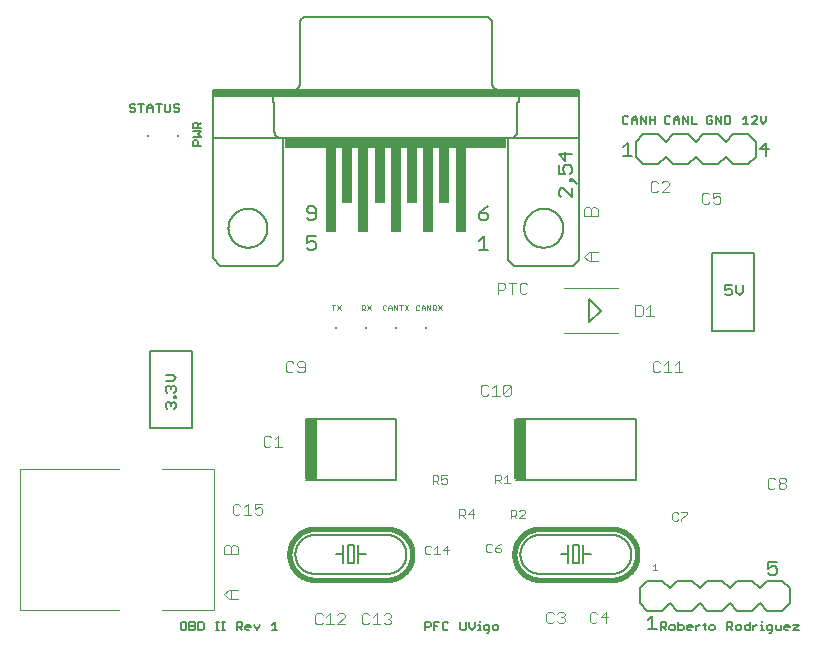
<source format=gto>
G75*
%MOIN*%
%OFA0B0*%
%FSLAX25Y25*%
%IPPOS*%
%LPD*%
%AMOC8*
5,1,8,0,0,1.08239X$1,22.5*
%
%ADD10C,0.00300*%
%ADD11C,0.00500*%
%ADD12C,0.00600*%
%ADD13C,0.00400*%
%ADD14C,0.00800*%
%ADD15R,0.03838X0.20472*%
%ADD16R,0.00984X0.00984*%
%ADD17C,0.01600*%
%ADD18R,0.73000X0.03000*%
%ADD19R,1.22000X0.02000*%
%ADD20R,0.03200X0.28500*%
%ADD21R,0.03200X0.18500*%
D10*
X0072106Y0050567D02*
X0072723Y0049950D01*
X0073957Y0049950D01*
X0074575Y0050567D01*
X0075789Y0049950D02*
X0078258Y0049950D01*
X0077023Y0049950D02*
X0077023Y0053653D01*
X0075789Y0052419D01*
X0074575Y0053036D02*
X0073957Y0053653D01*
X0072723Y0053653D01*
X0072106Y0053036D01*
X0072106Y0050567D01*
X0079472Y0050567D02*
X0080089Y0049950D01*
X0081324Y0049950D01*
X0081941Y0050567D01*
X0081941Y0051802D01*
X0081324Y0052419D01*
X0080707Y0052419D01*
X0079472Y0051802D01*
X0079472Y0053653D01*
X0081941Y0053653D01*
X0082973Y0072700D02*
X0084207Y0072700D01*
X0084825Y0073317D01*
X0086039Y0072700D02*
X0088508Y0072700D01*
X0087273Y0072700D02*
X0087273Y0076403D01*
X0086039Y0075169D01*
X0084825Y0075786D02*
X0084207Y0076403D01*
X0082973Y0076403D01*
X0082356Y0075786D01*
X0082356Y0073317D01*
X0082973Y0072700D01*
X0090473Y0097450D02*
X0091707Y0097450D01*
X0092325Y0098067D01*
X0093539Y0098067D02*
X0094156Y0097450D01*
X0095391Y0097450D01*
X0096008Y0098067D01*
X0096008Y0100536D01*
X0095391Y0101153D01*
X0094156Y0101153D01*
X0093539Y0100536D01*
X0093539Y0099919D01*
X0094156Y0099302D01*
X0096008Y0099302D01*
X0092325Y0100536D02*
X0091707Y0101153D01*
X0090473Y0101153D01*
X0089856Y0100536D01*
X0089856Y0098067D01*
X0090473Y0097450D01*
X0105664Y0118179D02*
X0105664Y0119881D01*
X0105097Y0119881D02*
X0106231Y0119881D01*
X0106938Y0119881D02*
X0108072Y0118179D01*
X0106938Y0118179D02*
X0108072Y0119881D01*
X0115097Y0119881D02*
X0115097Y0118179D01*
X0115097Y0118747D02*
X0115947Y0118747D01*
X0116231Y0119030D01*
X0116231Y0119597D01*
X0115947Y0119881D01*
X0115097Y0119881D01*
X0115664Y0118747D02*
X0116231Y0118179D01*
X0116938Y0118179D02*
X0118072Y0119881D01*
X0116938Y0119881D02*
X0118072Y0118179D01*
X0122097Y0118463D02*
X0122097Y0119597D01*
X0122380Y0119881D01*
X0122947Y0119881D01*
X0123231Y0119597D01*
X0123938Y0119314D02*
X0124505Y0119881D01*
X0125072Y0119314D01*
X0125072Y0118179D01*
X0125780Y0118179D02*
X0125780Y0119881D01*
X0126914Y0118179D01*
X0126914Y0119881D01*
X0127621Y0119881D02*
X0128756Y0119881D01*
X0128188Y0119881D02*
X0128188Y0118179D01*
X0129463Y0118179D02*
X0130597Y0119881D01*
X0129463Y0119881D02*
X0130597Y0118179D01*
X0133172Y0118381D02*
X0133455Y0118097D01*
X0134023Y0118097D01*
X0134306Y0118381D01*
X0135013Y0118097D02*
X0135013Y0119231D01*
X0135581Y0119799D01*
X0136148Y0119231D01*
X0136148Y0118097D01*
X0136855Y0118097D02*
X0136855Y0119799D01*
X0137989Y0118097D01*
X0137989Y0119799D01*
X0138697Y0119799D02*
X0139547Y0119799D01*
X0139831Y0119515D01*
X0139831Y0118948D01*
X0139547Y0118664D01*
X0138697Y0118664D01*
X0139264Y0118664D02*
X0139831Y0118097D01*
X0140538Y0118097D02*
X0141672Y0119799D01*
X0140538Y0119799D02*
X0141672Y0118097D01*
X0138697Y0118097D02*
X0138697Y0119799D01*
X0136148Y0118948D02*
X0135013Y0118948D01*
X0134306Y0119515D02*
X0134023Y0119799D01*
X0133455Y0119799D01*
X0133172Y0119515D01*
X0133172Y0118381D01*
X0125072Y0119030D02*
X0123938Y0119030D01*
X0123938Y0119314D02*
X0123938Y0118179D01*
X0123231Y0118463D02*
X0122947Y0118179D01*
X0122380Y0118179D01*
X0122097Y0118463D01*
X0154856Y0092786D02*
X0154856Y0090317D01*
X0155473Y0089700D01*
X0156707Y0089700D01*
X0157325Y0090317D01*
X0158539Y0089700D02*
X0161008Y0089700D01*
X0159773Y0089700D02*
X0159773Y0093403D01*
X0158539Y0092169D01*
X0157325Y0092786D02*
X0156707Y0093403D01*
X0155473Y0093403D01*
X0154856Y0092786D01*
X0162222Y0092786D02*
X0162222Y0090317D01*
X0164691Y0092786D01*
X0164691Y0090317D01*
X0164074Y0089700D01*
X0162839Y0089700D01*
X0162222Y0090317D01*
X0162222Y0092786D02*
X0162839Y0093403D01*
X0164074Y0093403D01*
X0164691Y0092786D01*
X0163520Y0063352D02*
X0163520Y0060450D01*
X0164487Y0060450D02*
X0162552Y0060450D01*
X0161541Y0060450D02*
X0160573Y0061417D01*
X0161057Y0061417D02*
X0159606Y0061417D01*
X0159606Y0060450D02*
X0159606Y0063352D01*
X0161057Y0063352D01*
X0161541Y0062869D01*
X0161541Y0061901D01*
X0161057Y0061417D01*
X0162552Y0062385D02*
X0163520Y0063352D01*
X0164713Y0051652D02*
X0166164Y0051652D01*
X0166648Y0051169D01*
X0166648Y0050201D01*
X0166164Y0049717D01*
X0164713Y0049717D01*
X0164713Y0048750D02*
X0164713Y0051652D01*
X0165680Y0049717D02*
X0166648Y0048750D01*
X0167659Y0048750D02*
X0169594Y0050685D01*
X0169594Y0051169D01*
X0169111Y0051652D01*
X0168143Y0051652D01*
X0167659Y0051169D01*
X0167659Y0048750D02*
X0169594Y0048750D01*
X0161487Y0040352D02*
X0160520Y0039869D01*
X0159552Y0038901D01*
X0161004Y0038901D01*
X0161487Y0038417D01*
X0161487Y0037934D01*
X0161004Y0037450D01*
X0160036Y0037450D01*
X0159552Y0037934D01*
X0159552Y0038901D01*
X0158541Y0037934D02*
X0158057Y0037450D01*
X0157090Y0037450D01*
X0156606Y0037934D01*
X0156606Y0039869D01*
X0157090Y0040352D01*
X0158057Y0040352D01*
X0158541Y0039869D01*
X0152004Y0048950D02*
X0152004Y0051852D01*
X0150552Y0050401D01*
X0152487Y0050401D01*
X0149541Y0050401D02*
X0149057Y0049917D01*
X0147606Y0049917D01*
X0147606Y0048950D02*
X0147606Y0051852D01*
X0149057Y0051852D01*
X0149541Y0051369D01*
X0149541Y0050401D01*
X0148573Y0049917D02*
X0149541Y0048950D01*
X0143611Y0039652D02*
X0142159Y0038201D01*
X0144094Y0038201D01*
X0143611Y0036750D02*
X0143611Y0039652D01*
X0140180Y0039652D02*
X0140180Y0036750D01*
X0139213Y0036750D02*
X0141148Y0036750D01*
X0139213Y0038685D02*
X0140180Y0039652D01*
X0138201Y0039169D02*
X0137718Y0039652D01*
X0136750Y0039652D01*
X0136266Y0039169D01*
X0136266Y0037234D01*
X0136750Y0036750D01*
X0137718Y0036750D01*
X0138201Y0037234D01*
X0138713Y0060250D02*
X0138713Y0063152D01*
X0140164Y0063152D01*
X0140648Y0062669D01*
X0140648Y0061701D01*
X0140164Y0061217D01*
X0138713Y0061217D01*
X0139680Y0061217D02*
X0140648Y0060250D01*
X0141659Y0060734D02*
X0142143Y0060250D01*
X0143111Y0060250D01*
X0143594Y0060734D01*
X0143594Y0061701D01*
X0143111Y0062185D01*
X0142627Y0062185D01*
X0141659Y0061701D01*
X0141659Y0063152D01*
X0143594Y0063152D01*
X0177223Y0017653D02*
X0176606Y0017036D01*
X0176606Y0014567D01*
X0177223Y0013950D01*
X0178457Y0013950D01*
X0179075Y0014567D01*
X0180289Y0014567D02*
X0180906Y0013950D01*
X0182141Y0013950D01*
X0182758Y0014567D01*
X0182758Y0015184D01*
X0182141Y0015802D01*
X0181523Y0015802D01*
X0182141Y0015802D02*
X0182758Y0016419D01*
X0182758Y0017036D01*
X0182141Y0017653D01*
X0180906Y0017653D01*
X0180289Y0017036D01*
X0179075Y0017036D02*
X0178457Y0017653D01*
X0177223Y0017653D01*
X0191106Y0017036D02*
X0191106Y0014567D01*
X0191723Y0013950D01*
X0192957Y0013950D01*
X0193575Y0014567D01*
X0194789Y0015802D02*
X0197258Y0015802D01*
X0196641Y0017653D02*
X0196641Y0013950D01*
X0194789Y0015802D02*
X0196641Y0017653D01*
X0193575Y0017036D02*
X0192957Y0017653D01*
X0191723Y0017653D01*
X0191106Y0017036D01*
X0219090Y0047950D02*
X0220057Y0047950D01*
X0220541Y0048434D01*
X0221552Y0048434D02*
X0223487Y0050369D01*
X0223487Y0050852D01*
X0221552Y0050852D01*
X0220541Y0050369D02*
X0220057Y0050852D01*
X0219090Y0050852D01*
X0218606Y0050369D01*
X0218606Y0048434D01*
X0219090Y0047950D01*
X0221552Y0047950D02*
X0221552Y0048434D01*
X0250356Y0059317D02*
X0250973Y0058700D01*
X0252207Y0058700D01*
X0252825Y0059317D01*
X0254039Y0059317D02*
X0254039Y0059934D01*
X0254656Y0060552D01*
X0255891Y0060552D01*
X0256508Y0059934D01*
X0256508Y0059317D01*
X0255891Y0058700D01*
X0254656Y0058700D01*
X0254039Y0059317D01*
X0254656Y0060552D02*
X0254039Y0061169D01*
X0254039Y0061786D01*
X0254656Y0062403D01*
X0255891Y0062403D01*
X0256508Y0061786D01*
X0256508Y0061169D01*
X0255891Y0060552D01*
X0252825Y0061786D02*
X0252207Y0062403D01*
X0250973Y0062403D01*
X0250356Y0061786D01*
X0250356Y0059317D01*
X0221941Y0097450D02*
X0219472Y0097450D01*
X0218258Y0097450D02*
X0215789Y0097450D01*
X0217023Y0097450D02*
X0217023Y0101153D01*
X0215789Y0099919D01*
X0214575Y0100536D02*
X0213957Y0101153D01*
X0212723Y0101153D01*
X0212106Y0100536D01*
X0212106Y0098067D01*
X0212723Y0097450D01*
X0213957Y0097450D01*
X0214575Y0098067D01*
X0219472Y0099919D02*
X0220707Y0101153D01*
X0220707Y0097450D01*
X0212392Y0116200D02*
X0209923Y0116200D01*
X0211157Y0116200D02*
X0211157Y0119903D01*
X0209923Y0118669D01*
X0208708Y0119286D02*
X0208091Y0119903D01*
X0206240Y0119903D01*
X0206240Y0116200D01*
X0208091Y0116200D01*
X0208708Y0116817D01*
X0208708Y0119286D01*
X0170191Y0124317D02*
X0169574Y0123700D01*
X0168339Y0123700D01*
X0167722Y0124317D01*
X0167722Y0126786D01*
X0168339Y0127403D01*
X0169574Y0127403D01*
X0170191Y0126786D01*
X0166508Y0127403D02*
X0164039Y0127403D01*
X0165273Y0127403D02*
X0165273Y0123700D01*
X0162825Y0125552D02*
X0162207Y0124934D01*
X0160356Y0124934D01*
X0160356Y0123700D02*
X0160356Y0127403D01*
X0162207Y0127403D01*
X0162825Y0126786D01*
X0162825Y0125552D01*
X0211356Y0158067D02*
X0211973Y0157450D01*
X0213207Y0157450D01*
X0213825Y0158067D01*
X0215039Y0157450D02*
X0217508Y0159919D01*
X0217508Y0160536D01*
X0216891Y0161153D01*
X0215656Y0161153D01*
X0215039Y0160536D01*
X0213825Y0160536D02*
X0213207Y0161153D01*
X0211973Y0161153D01*
X0211356Y0160536D01*
X0211356Y0158067D01*
X0215039Y0157450D02*
X0217508Y0157450D01*
X0228490Y0156786D02*
X0228490Y0154317D01*
X0229107Y0153700D01*
X0230341Y0153700D01*
X0230958Y0154317D01*
X0232173Y0154317D02*
X0232790Y0153700D01*
X0234024Y0153700D01*
X0234642Y0154317D01*
X0234642Y0155552D01*
X0234024Y0156169D01*
X0233407Y0156169D01*
X0232173Y0155552D01*
X0232173Y0157403D01*
X0234642Y0157403D01*
X0230958Y0156786D02*
X0230341Y0157403D01*
X0229107Y0157403D01*
X0228490Y0156786D01*
X0124324Y0017153D02*
X0124941Y0016536D01*
X0124941Y0015919D01*
X0124324Y0015302D01*
X0124941Y0014684D01*
X0124941Y0014067D01*
X0124324Y0013450D01*
X0123089Y0013450D01*
X0122472Y0014067D01*
X0121258Y0013450D02*
X0118789Y0013450D01*
X0120023Y0013450D02*
X0120023Y0017153D01*
X0118789Y0015919D01*
X0117575Y0016536D02*
X0116957Y0017153D01*
X0115723Y0017153D01*
X0115106Y0016536D01*
X0115106Y0014067D01*
X0115723Y0013450D01*
X0116957Y0013450D01*
X0117575Y0014067D01*
X0122472Y0016536D02*
X0123089Y0017153D01*
X0124324Y0017153D01*
X0124324Y0015302D02*
X0123707Y0015302D01*
X0109441Y0015919D02*
X0109441Y0016536D01*
X0108824Y0017153D01*
X0107589Y0017153D01*
X0106972Y0016536D01*
X0104523Y0017153D02*
X0104523Y0013450D01*
X0103289Y0013450D02*
X0105758Y0013450D01*
X0106972Y0013450D02*
X0109441Y0015919D01*
X0109441Y0013450D02*
X0106972Y0013450D01*
X0103289Y0015919D02*
X0104523Y0017153D01*
X0102075Y0016536D02*
X0101457Y0017153D01*
X0100223Y0017153D01*
X0099606Y0016536D01*
X0099606Y0014067D01*
X0100223Y0013450D01*
X0101457Y0013450D01*
X0102075Y0014067D01*
D11*
X0086955Y0011550D02*
X0085153Y0011550D01*
X0086054Y0011550D02*
X0086054Y0014252D01*
X0085153Y0013352D01*
X0081062Y0013352D02*
X0080161Y0011550D01*
X0079260Y0013352D01*
X0078115Y0012901D02*
X0078115Y0012451D01*
X0076314Y0012451D01*
X0076314Y0012901D02*
X0076764Y0013352D01*
X0077665Y0013352D01*
X0078115Y0012901D01*
X0077665Y0011550D02*
X0076764Y0011550D01*
X0076314Y0012000D01*
X0076314Y0012901D01*
X0075169Y0012901D02*
X0074718Y0012451D01*
X0073367Y0012451D01*
X0074268Y0012451D02*
X0075169Y0011550D01*
X0075169Y0012901D02*
X0075169Y0013802D01*
X0074718Y0014252D01*
X0073367Y0014252D01*
X0073367Y0011550D01*
X0069357Y0011550D02*
X0068456Y0011550D01*
X0068907Y0011550D02*
X0068907Y0014252D01*
X0069357Y0014252D02*
X0068456Y0014252D01*
X0067393Y0014252D02*
X0066492Y0014252D01*
X0066942Y0014252D02*
X0066942Y0011550D01*
X0066492Y0011550D02*
X0067393Y0011550D01*
X0062400Y0012000D02*
X0062400Y0013802D01*
X0061950Y0014252D01*
X0060599Y0014252D01*
X0060599Y0011550D01*
X0061950Y0011550D01*
X0062400Y0012000D01*
X0059454Y0012000D02*
X0059004Y0011550D01*
X0057652Y0011550D01*
X0057652Y0014252D01*
X0059004Y0014252D01*
X0059454Y0013802D01*
X0059454Y0013352D01*
X0059004Y0012901D01*
X0057652Y0012901D01*
X0059004Y0012901D02*
X0059454Y0012451D01*
X0059454Y0012000D01*
X0056507Y0012000D02*
X0056507Y0013802D01*
X0056057Y0014252D01*
X0055156Y0014252D01*
X0054706Y0013802D01*
X0054706Y0012000D01*
X0055156Y0011550D01*
X0056057Y0011550D01*
X0056507Y0012000D01*
X0136206Y0012451D02*
X0137557Y0012451D01*
X0138007Y0012901D01*
X0138007Y0013802D01*
X0137557Y0014252D01*
X0136206Y0014252D01*
X0136206Y0011550D01*
X0139152Y0011550D02*
X0139152Y0014252D01*
X0140954Y0014252D01*
X0142099Y0013802D02*
X0142099Y0012000D01*
X0142549Y0011550D01*
X0143450Y0011550D01*
X0143900Y0012000D01*
X0143900Y0013802D02*
X0143450Y0014252D01*
X0142549Y0014252D01*
X0142099Y0013802D01*
X0140053Y0012901D02*
X0139152Y0012901D01*
X0147992Y0012000D02*
X0148442Y0011550D01*
X0149343Y0011550D01*
X0149794Y0012000D01*
X0149794Y0014252D01*
X0150938Y0014252D02*
X0150938Y0012451D01*
X0151839Y0011550D01*
X0152740Y0012451D01*
X0152740Y0014252D01*
X0153885Y0013352D02*
X0154335Y0013352D01*
X0154335Y0011550D01*
X0153885Y0011550D02*
X0154786Y0011550D01*
X0155849Y0012000D02*
X0156300Y0011550D01*
X0157651Y0011550D01*
X0157651Y0011100D02*
X0157651Y0013352D01*
X0156300Y0013352D01*
X0155849Y0012901D01*
X0155849Y0012000D01*
X0156750Y0010649D02*
X0157201Y0010649D01*
X0157651Y0011100D01*
X0158796Y0012000D02*
X0159246Y0011550D01*
X0160147Y0011550D01*
X0160597Y0012000D01*
X0160597Y0012901D01*
X0160147Y0013352D01*
X0159246Y0013352D01*
X0158796Y0012901D01*
X0158796Y0012000D01*
X0154335Y0014252D02*
X0154335Y0014703D01*
X0147992Y0014252D02*
X0147992Y0012000D01*
X0210456Y0011800D02*
X0213458Y0011800D01*
X0214706Y0011550D02*
X0214706Y0014252D01*
X0216057Y0014252D01*
X0216507Y0013802D01*
X0216507Y0012901D01*
X0216057Y0012451D01*
X0214706Y0012451D01*
X0215607Y0012451D02*
X0216507Y0011550D01*
X0217652Y0012000D02*
X0218103Y0011550D01*
X0219004Y0011550D01*
X0219454Y0012000D01*
X0219454Y0012901D01*
X0219004Y0013352D01*
X0218103Y0013352D01*
X0217652Y0012901D01*
X0217652Y0012000D01*
X0220599Y0011550D02*
X0220599Y0014252D01*
X0220599Y0013352D02*
X0221950Y0013352D01*
X0222400Y0012901D01*
X0222400Y0012000D01*
X0221950Y0011550D01*
X0220599Y0011550D01*
X0223545Y0012000D02*
X0223545Y0012901D01*
X0223996Y0013352D01*
X0224897Y0013352D01*
X0225347Y0012901D01*
X0225347Y0012451D01*
X0223545Y0012451D01*
X0223545Y0012000D02*
X0223996Y0011550D01*
X0224897Y0011550D01*
X0226492Y0011550D02*
X0226492Y0013352D01*
X0226492Y0012451D02*
X0227393Y0013352D01*
X0227843Y0013352D01*
X0228947Y0013352D02*
X0229848Y0013352D01*
X0229398Y0013802D02*
X0229398Y0012000D01*
X0229848Y0011550D01*
X0230912Y0012000D02*
X0231362Y0011550D01*
X0232263Y0011550D01*
X0232713Y0012000D01*
X0232713Y0012901D01*
X0232263Y0013352D01*
X0231362Y0013352D01*
X0230912Y0012901D01*
X0230912Y0012000D01*
X0236805Y0011550D02*
X0236805Y0014252D01*
X0238156Y0014252D01*
X0238606Y0013802D01*
X0238606Y0012901D01*
X0238156Y0012451D01*
X0236805Y0012451D01*
X0237706Y0012451D02*
X0238606Y0011550D01*
X0239751Y0012000D02*
X0240202Y0011550D01*
X0241102Y0011550D01*
X0241553Y0012000D01*
X0241553Y0012901D01*
X0241102Y0013352D01*
X0240202Y0013352D01*
X0239751Y0012901D01*
X0239751Y0012000D01*
X0242698Y0012000D02*
X0242698Y0012901D01*
X0243148Y0013352D01*
X0244499Y0013352D01*
X0244499Y0014252D02*
X0244499Y0011550D01*
X0243148Y0011550D01*
X0242698Y0012000D01*
X0245644Y0011550D02*
X0245644Y0013352D01*
X0245644Y0012451D02*
X0246545Y0013352D01*
X0246995Y0013352D01*
X0248100Y0013352D02*
X0248550Y0013352D01*
X0248550Y0011550D01*
X0248100Y0011550D02*
X0249001Y0011550D01*
X0250064Y0012000D02*
X0250514Y0011550D01*
X0251866Y0011550D01*
X0251866Y0011100D02*
X0251866Y0013352D01*
X0250514Y0013352D01*
X0250064Y0012901D01*
X0250064Y0012000D01*
X0250965Y0010649D02*
X0251415Y0010649D01*
X0251866Y0011100D01*
X0253011Y0012000D02*
X0253461Y0011550D01*
X0254812Y0011550D01*
X0254812Y0013352D01*
X0255957Y0012901D02*
X0256408Y0013352D01*
X0257308Y0013352D01*
X0257759Y0012901D01*
X0257759Y0012451D01*
X0255957Y0012451D01*
X0255957Y0012901D02*
X0255957Y0012000D01*
X0256408Y0011550D01*
X0257308Y0011550D01*
X0258904Y0011550D02*
X0260705Y0011550D01*
X0258904Y0011550D02*
X0260705Y0013352D01*
X0258904Y0013352D01*
X0253011Y0013352D02*
X0253011Y0012000D01*
X0248550Y0014252D02*
X0248550Y0014703D01*
X0251207Y0029800D02*
X0250456Y0030551D01*
X0251207Y0029800D02*
X0252708Y0029800D01*
X0253458Y0030551D01*
X0253458Y0032052D01*
X0252708Y0032803D01*
X0251957Y0032803D01*
X0250456Y0032052D01*
X0250456Y0034304D01*
X0253458Y0034304D01*
X0211957Y0016304D02*
X0211957Y0011800D01*
X0210456Y0014803D02*
X0211957Y0016304D01*
X0157208Y0138300D02*
X0154206Y0138300D01*
X0155707Y0138300D02*
X0155707Y0142804D01*
X0154206Y0141303D01*
X0154957Y0148300D02*
X0156458Y0148300D01*
X0157208Y0149051D01*
X0157208Y0149801D01*
X0156458Y0150552D01*
X0154206Y0150552D01*
X0154206Y0149051D01*
X0154957Y0148300D01*
X0154206Y0150552D02*
X0155707Y0152053D01*
X0157208Y0152804D01*
X0180702Y0156551D02*
X0181453Y0155800D01*
X0180702Y0156551D02*
X0180702Y0158052D01*
X0181453Y0158803D01*
X0182203Y0158803D01*
X0185206Y0155800D01*
X0185206Y0158803D01*
X0186707Y0160404D02*
X0185206Y0161905D01*
X0185206Y0161155D01*
X0184455Y0161155D01*
X0184455Y0161905D01*
X0185206Y0161905D01*
X0184455Y0163473D02*
X0185206Y0164224D01*
X0185206Y0165725D01*
X0184455Y0166476D01*
X0182954Y0166476D01*
X0182203Y0165725D01*
X0182203Y0164974D01*
X0182954Y0163473D01*
X0180702Y0163473D01*
X0180702Y0166476D01*
X0182954Y0168077D02*
X0182954Y0171080D01*
X0185206Y0170329D02*
X0180702Y0170329D01*
X0182954Y0168077D01*
X0202206Y0169550D02*
X0205208Y0169550D01*
X0203707Y0169550D02*
X0203707Y0174054D01*
X0202206Y0172553D01*
X0202647Y0180279D02*
X0203548Y0180279D01*
X0203998Y0180730D01*
X0205143Y0180279D02*
X0205143Y0182081D01*
X0206044Y0182982D01*
X0206945Y0182081D01*
X0206945Y0180279D01*
X0208090Y0180279D02*
X0208090Y0182982D01*
X0209891Y0180279D01*
X0209891Y0182982D01*
X0211036Y0182982D02*
X0211036Y0180279D01*
X0211036Y0181631D02*
X0212838Y0181631D01*
X0212838Y0182982D02*
X0212838Y0180279D01*
X0216197Y0180730D02*
X0216647Y0180279D01*
X0217548Y0180279D01*
X0217998Y0180730D01*
X0219143Y0180279D02*
X0219143Y0182081D01*
X0220044Y0182982D01*
X0220945Y0182081D01*
X0220945Y0180279D01*
X0222090Y0180279D02*
X0222090Y0182982D01*
X0223891Y0180279D01*
X0223891Y0182982D01*
X0225036Y0182982D02*
X0225036Y0180279D01*
X0226838Y0180279D01*
X0230197Y0180730D02*
X0230647Y0180279D01*
X0231548Y0180279D01*
X0231998Y0180730D01*
X0231998Y0181631D01*
X0231097Y0181631D01*
X0230197Y0182531D02*
X0230197Y0180730D01*
X0230197Y0182531D02*
X0230647Y0182982D01*
X0231548Y0182982D01*
X0231998Y0182531D01*
X0233143Y0182982D02*
X0234945Y0180279D01*
X0234945Y0182982D01*
X0236090Y0182982D02*
X0237441Y0182982D01*
X0237891Y0182531D01*
X0237891Y0180730D01*
X0237441Y0180279D01*
X0236090Y0180279D01*
X0236090Y0182982D01*
X0233143Y0182982D02*
X0233143Y0180279D01*
X0242197Y0180279D02*
X0243998Y0180279D01*
X0243097Y0180279D02*
X0243097Y0182982D01*
X0242197Y0182081D01*
X0245143Y0182531D02*
X0245593Y0182982D01*
X0246494Y0182982D01*
X0246945Y0182531D01*
X0246945Y0182081D01*
X0245143Y0180279D01*
X0246945Y0180279D01*
X0248090Y0181180D02*
X0248990Y0180279D01*
X0249891Y0181180D01*
X0249891Y0182982D01*
X0248090Y0182982D02*
X0248090Y0181180D01*
X0249958Y0174054D02*
X0247706Y0171802D01*
X0250708Y0171802D01*
X0249958Y0169550D02*
X0249958Y0174054D01*
X0220945Y0181631D02*
X0219143Y0181631D01*
X0217998Y0182531D02*
X0217548Y0182982D01*
X0216647Y0182982D01*
X0216197Y0182531D01*
X0216197Y0180730D01*
X0206945Y0181631D02*
X0205143Y0181631D01*
X0203998Y0182531D02*
X0203548Y0182982D01*
X0202647Y0182982D01*
X0202197Y0182531D01*
X0202197Y0180730D01*
X0202647Y0180279D01*
X0099708Y0152053D02*
X0099708Y0149051D01*
X0098958Y0148300D01*
X0097457Y0148300D01*
X0096706Y0149051D01*
X0097457Y0150552D02*
X0099708Y0150552D01*
X0099708Y0152053D02*
X0098958Y0152804D01*
X0097457Y0152804D01*
X0096706Y0152053D01*
X0096706Y0151303D01*
X0097457Y0150552D01*
X0096706Y0142804D02*
X0096706Y0140552D01*
X0098207Y0141303D01*
X0098958Y0141303D01*
X0099708Y0140552D01*
X0099708Y0139051D01*
X0098958Y0138300D01*
X0097457Y0138300D01*
X0096706Y0139051D01*
X0096706Y0142804D02*
X0099708Y0142804D01*
X0061477Y0173041D02*
X0058774Y0173041D01*
X0058774Y0174392D01*
X0059225Y0174842D01*
X0060125Y0174842D01*
X0060576Y0174392D01*
X0060576Y0173041D01*
X0061477Y0175987D02*
X0058774Y0175987D01*
X0058774Y0177789D02*
X0061477Y0177789D01*
X0060576Y0176888D01*
X0061477Y0175987D01*
X0061477Y0178934D02*
X0058774Y0178934D01*
X0058774Y0180285D01*
X0059225Y0180735D01*
X0060125Y0180735D01*
X0060576Y0180285D01*
X0060576Y0178934D01*
X0060576Y0179834D02*
X0061477Y0180735D01*
X0054231Y0184730D02*
X0053780Y0184279D01*
X0052880Y0184279D01*
X0052429Y0184730D01*
X0052880Y0185631D02*
X0053780Y0185631D01*
X0054231Y0185180D01*
X0054231Y0184730D01*
X0052880Y0185631D02*
X0052429Y0186081D01*
X0052429Y0186531D01*
X0052880Y0186982D01*
X0053780Y0186982D01*
X0054231Y0186531D01*
X0051284Y0186982D02*
X0051284Y0184730D01*
X0050834Y0184279D01*
X0049933Y0184279D01*
X0049483Y0184730D01*
X0049483Y0186982D01*
X0048338Y0186982D02*
X0046536Y0186982D01*
X0047437Y0186982D02*
X0047437Y0184279D01*
X0045391Y0184279D02*
X0045391Y0186081D01*
X0044490Y0186982D01*
X0043590Y0186081D01*
X0043590Y0184279D01*
X0043590Y0185631D02*
X0045391Y0185631D01*
X0042445Y0186982D02*
X0040643Y0186982D01*
X0041544Y0186982D02*
X0041544Y0184279D01*
X0039498Y0184730D02*
X0039498Y0185180D01*
X0039048Y0185631D01*
X0038147Y0185631D01*
X0037697Y0186081D01*
X0037697Y0186531D01*
X0038147Y0186982D01*
X0039048Y0186982D01*
X0039498Y0186531D01*
X0039498Y0184730D02*
X0039048Y0184279D01*
X0038147Y0184279D01*
X0037697Y0184730D01*
D12*
X0065456Y0189550D02*
X0065456Y0175550D01*
X0065456Y0135550D01*
X0067956Y0133050D01*
X0086956Y0133050D01*
X0088956Y0135050D01*
X0088956Y0175550D01*
X0089956Y0175550D01*
X0162956Y0175550D01*
X0163956Y0175550D01*
X0187456Y0175550D01*
X0187456Y0135050D01*
X0185456Y0133050D01*
X0165956Y0133050D01*
X0163956Y0135050D01*
X0163956Y0175550D01*
X0162956Y0175550D02*
X0162956Y0172550D01*
X0089956Y0172550D01*
X0089956Y0175550D01*
X0088956Y0175550D02*
X0065456Y0175550D01*
X0065456Y0189550D02*
X0085456Y0189550D01*
X0167456Y0189550D01*
X0167456Y0187550D01*
X0166956Y0187550D01*
X0166956Y0178050D01*
X0166954Y0177952D01*
X0166948Y0177854D01*
X0166939Y0177756D01*
X0166925Y0177659D01*
X0166908Y0177562D01*
X0166887Y0177466D01*
X0166862Y0177371D01*
X0166834Y0177277D01*
X0166801Y0177185D01*
X0166766Y0177093D01*
X0166726Y0177003D01*
X0166684Y0176915D01*
X0166637Y0176828D01*
X0166588Y0176744D01*
X0166535Y0176661D01*
X0166479Y0176581D01*
X0166419Y0176502D01*
X0166357Y0176426D01*
X0166292Y0176353D01*
X0166224Y0176282D01*
X0166153Y0176214D01*
X0166080Y0176149D01*
X0166004Y0176087D01*
X0165925Y0176027D01*
X0165845Y0175971D01*
X0165762Y0175918D01*
X0165678Y0175869D01*
X0165591Y0175822D01*
X0165503Y0175780D01*
X0165413Y0175740D01*
X0165321Y0175705D01*
X0165229Y0175672D01*
X0165135Y0175644D01*
X0165040Y0175619D01*
X0164944Y0175598D01*
X0164847Y0175581D01*
X0164750Y0175567D01*
X0164652Y0175558D01*
X0164554Y0175552D01*
X0164456Y0175550D01*
X0167456Y0189550D02*
X0187456Y0189550D01*
X0187456Y0175550D01*
X0187456Y0189550D02*
X0187456Y0191550D01*
X0065456Y0191550D01*
X0065456Y0189550D01*
X0085456Y0189550D02*
X0085456Y0187550D01*
X0085956Y0187550D01*
X0085956Y0178050D01*
X0085958Y0177952D01*
X0085964Y0177854D01*
X0085973Y0177756D01*
X0085987Y0177659D01*
X0086004Y0177562D01*
X0086025Y0177466D01*
X0086050Y0177371D01*
X0086078Y0177277D01*
X0086111Y0177185D01*
X0086146Y0177093D01*
X0086186Y0177003D01*
X0086228Y0176915D01*
X0086275Y0176828D01*
X0086324Y0176744D01*
X0086377Y0176661D01*
X0086433Y0176581D01*
X0086493Y0176502D01*
X0086555Y0176426D01*
X0086620Y0176353D01*
X0086688Y0176282D01*
X0086759Y0176214D01*
X0086832Y0176149D01*
X0086908Y0176087D01*
X0086987Y0176027D01*
X0087067Y0175971D01*
X0087150Y0175918D01*
X0087234Y0175869D01*
X0087321Y0175822D01*
X0087409Y0175780D01*
X0087499Y0175740D01*
X0087591Y0175705D01*
X0087683Y0175672D01*
X0087777Y0175644D01*
X0087872Y0175619D01*
X0087968Y0175598D01*
X0088065Y0175581D01*
X0088162Y0175567D01*
X0088260Y0175558D01*
X0088358Y0175552D01*
X0088456Y0175550D01*
X0091956Y0191550D02*
X0092054Y0191552D01*
X0092152Y0191558D01*
X0092250Y0191567D01*
X0092347Y0191581D01*
X0092444Y0191598D01*
X0092540Y0191619D01*
X0092635Y0191644D01*
X0092729Y0191672D01*
X0092821Y0191705D01*
X0092913Y0191740D01*
X0093003Y0191780D01*
X0093091Y0191822D01*
X0093178Y0191869D01*
X0093262Y0191918D01*
X0093345Y0191971D01*
X0093425Y0192027D01*
X0093504Y0192087D01*
X0093580Y0192149D01*
X0093653Y0192214D01*
X0093724Y0192282D01*
X0093792Y0192353D01*
X0093857Y0192426D01*
X0093919Y0192502D01*
X0093979Y0192581D01*
X0094035Y0192661D01*
X0094088Y0192744D01*
X0094137Y0192828D01*
X0094184Y0192915D01*
X0094226Y0193003D01*
X0094266Y0193093D01*
X0094301Y0193185D01*
X0094334Y0193277D01*
X0094362Y0193371D01*
X0094387Y0193466D01*
X0094408Y0193562D01*
X0094425Y0193659D01*
X0094439Y0193756D01*
X0094448Y0193854D01*
X0094454Y0193952D01*
X0094456Y0194050D01*
X0094456Y0214050D01*
X0094458Y0214137D01*
X0094464Y0214224D01*
X0094473Y0214311D01*
X0094486Y0214397D01*
X0094503Y0214483D01*
X0094524Y0214568D01*
X0094549Y0214651D01*
X0094577Y0214734D01*
X0094608Y0214815D01*
X0094643Y0214895D01*
X0094682Y0214973D01*
X0094724Y0215050D01*
X0094769Y0215125D01*
X0094818Y0215197D01*
X0094869Y0215268D01*
X0094924Y0215336D01*
X0094981Y0215401D01*
X0095042Y0215464D01*
X0095105Y0215525D01*
X0095170Y0215582D01*
X0095238Y0215637D01*
X0095309Y0215688D01*
X0095381Y0215737D01*
X0095456Y0215782D01*
X0095533Y0215824D01*
X0095611Y0215863D01*
X0095691Y0215898D01*
X0095772Y0215929D01*
X0095855Y0215957D01*
X0095938Y0215982D01*
X0096023Y0216003D01*
X0096109Y0216020D01*
X0096195Y0216033D01*
X0096282Y0216042D01*
X0096369Y0216048D01*
X0096456Y0216050D01*
X0156456Y0216050D01*
X0156543Y0216048D01*
X0156630Y0216042D01*
X0156717Y0216033D01*
X0156803Y0216020D01*
X0156889Y0216003D01*
X0156974Y0215982D01*
X0157057Y0215957D01*
X0157140Y0215929D01*
X0157221Y0215898D01*
X0157301Y0215863D01*
X0157379Y0215824D01*
X0157456Y0215782D01*
X0157531Y0215737D01*
X0157603Y0215688D01*
X0157674Y0215637D01*
X0157742Y0215582D01*
X0157807Y0215525D01*
X0157870Y0215464D01*
X0157931Y0215401D01*
X0157988Y0215336D01*
X0158043Y0215268D01*
X0158094Y0215197D01*
X0158143Y0215125D01*
X0158188Y0215050D01*
X0158230Y0214973D01*
X0158269Y0214895D01*
X0158304Y0214815D01*
X0158335Y0214734D01*
X0158363Y0214651D01*
X0158388Y0214568D01*
X0158409Y0214483D01*
X0158426Y0214397D01*
X0158439Y0214311D01*
X0158448Y0214224D01*
X0158454Y0214137D01*
X0158456Y0214050D01*
X0158456Y0194050D01*
X0158458Y0193952D01*
X0158464Y0193854D01*
X0158473Y0193756D01*
X0158487Y0193659D01*
X0158504Y0193562D01*
X0158525Y0193466D01*
X0158550Y0193371D01*
X0158578Y0193277D01*
X0158611Y0193185D01*
X0158646Y0193093D01*
X0158686Y0193003D01*
X0158728Y0192915D01*
X0158775Y0192828D01*
X0158824Y0192744D01*
X0158877Y0192661D01*
X0158933Y0192581D01*
X0158993Y0192502D01*
X0159055Y0192426D01*
X0159120Y0192353D01*
X0159188Y0192282D01*
X0159259Y0192214D01*
X0159332Y0192149D01*
X0159408Y0192087D01*
X0159487Y0192027D01*
X0159567Y0191971D01*
X0159650Y0191918D01*
X0159734Y0191869D01*
X0159821Y0191822D01*
X0159909Y0191780D01*
X0159999Y0191740D01*
X0160091Y0191705D01*
X0160183Y0191672D01*
X0160277Y0191644D01*
X0160372Y0191619D01*
X0160468Y0191598D01*
X0160565Y0191581D01*
X0160662Y0191567D01*
X0160760Y0191558D01*
X0160858Y0191552D01*
X0160956Y0191550D01*
X0206456Y0174300D02*
X0206456Y0169300D01*
X0208956Y0166800D01*
X0213956Y0166800D01*
X0216456Y0169300D01*
X0218956Y0166800D01*
X0223956Y0166800D01*
X0226456Y0169300D01*
X0228956Y0166800D01*
X0233956Y0166800D01*
X0236456Y0169300D01*
X0238956Y0166800D01*
X0243956Y0166800D01*
X0246456Y0169300D01*
X0246456Y0174300D01*
X0243956Y0176800D01*
X0238956Y0176800D01*
X0236456Y0174300D01*
X0233956Y0176800D01*
X0228956Y0176800D01*
X0226456Y0174300D01*
X0223956Y0176800D01*
X0218956Y0176800D01*
X0216456Y0174300D01*
X0213956Y0176800D01*
X0208956Y0176800D01*
X0206456Y0174300D01*
X0169256Y0145550D02*
X0169258Y0145711D01*
X0169264Y0145871D01*
X0169274Y0146032D01*
X0169288Y0146192D01*
X0169306Y0146352D01*
X0169327Y0146511D01*
X0169353Y0146670D01*
X0169383Y0146828D01*
X0169416Y0146985D01*
X0169454Y0147142D01*
X0169495Y0147297D01*
X0169540Y0147451D01*
X0169589Y0147604D01*
X0169642Y0147756D01*
X0169698Y0147907D01*
X0169759Y0148056D01*
X0169822Y0148204D01*
X0169890Y0148350D01*
X0169961Y0148494D01*
X0170035Y0148636D01*
X0170113Y0148777D01*
X0170195Y0148915D01*
X0170280Y0149052D01*
X0170368Y0149186D01*
X0170460Y0149318D01*
X0170555Y0149448D01*
X0170653Y0149576D01*
X0170754Y0149701D01*
X0170858Y0149823D01*
X0170965Y0149943D01*
X0171075Y0150060D01*
X0171188Y0150175D01*
X0171304Y0150286D01*
X0171423Y0150395D01*
X0171544Y0150500D01*
X0171668Y0150603D01*
X0171794Y0150703D01*
X0171922Y0150799D01*
X0172053Y0150892D01*
X0172187Y0150982D01*
X0172322Y0151069D01*
X0172460Y0151152D01*
X0172599Y0151232D01*
X0172741Y0151308D01*
X0172884Y0151381D01*
X0173029Y0151450D01*
X0173176Y0151516D01*
X0173324Y0151578D01*
X0173474Y0151636D01*
X0173625Y0151691D01*
X0173778Y0151742D01*
X0173932Y0151789D01*
X0174087Y0151832D01*
X0174243Y0151871D01*
X0174399Y0151907D01*
X0174557Y0151938D01*
X0174715Y0151966D01*
X0174874Y0151990D01*
X0175034Y0152010D01*
X0175194Y0152026D01*
X0175354Y0152038D01*
X0175515Y0152046D01*
X0175676Y0152050D01*
X0175836Y0152050D01*
X0175997Y0152046D01*
X0176158Y0152038D01*
X0176318Y0152026D01*
X0176478Y0152010D01*
X0176638Y0151990D01*
X0176797Y0151966D01*
X0176955Y0151938D01*
X0177113Y0151907D01*
X0177269Y0151871D01*
X0177425Y0151832D01*
X0177580Y0151789D01*
X0177734Y0151742D01*
X0177887Y0151691D01*
X0178038Y0151636D01*
X0178188Y0151578D01*
X0178336Y0151516D01*
X0178483Y0151450D01*
X0178628Y0151381D01*
X0178771Y0151308D01*
X0178913Y0151232D01*
X0179052Y0151152D01*
X0179190Y0151069D01*
X0179325Y0150982D01*
X0179459Y0150892D01*
X0179590Y0150799D01*
X0179718Y0150703D01*
X0179844Y0150603D01*
X0179968Y0150500D01*
X0180089Y0150395D01*
X0180208Y0150286D01*
X0180324Y0150175D01*
X0180437Y0150060D01*
X0180547Y0149943D01*
X0180654Y0149823D01*
X0180758Y0149701D01*
X0180859Y0149576D01*
X0180957Y0149448D01*
X0181052Y0149318D01*
X0181144Y0149186D01*
X0181232Y0149052D01*
X0181317Y0148915D01*
X0181399Y0148777D01*
X0181477Y0148636D01*
X0181551Y0148494D01*
X0181622Y0148350D01*
X0181690Y0148204D01*
X0181753Y0148056D01*
X0181814Y0147907D01*
X0181870Y0147756D01*
X0181923Y0147604D01*
X0181972Y0147451D01*
X0182017Y0147297D01*
X0182058Y0147142D01*
X0182096Y0146985D01*
X0182129Y0146828D01*
X0182159Y0146670D01*
X0182185Y0146511D01*
X0182206Y0146352D01*
X0182224Y0146192D01*
X0182238Y0146032D01*
X0182248Y0145871D01*
X0182254Y0145711D01*
X0182256Y0145550D01*
X0182254Y0145389D01*
X0182248Y0145229D01*
X0182238Y0145068D01*
X0182224Y0144908D01*
X0182206Y0144748D01*
X0182185Y0144589D01*
X0182159Y0144430D01*
X0182129Y0144272D01*
X0182096Y0144115D01*
X0182058Y0143958D01*
X0182017Y0143803D01*
X0181972Y0143649D01*
X0181923Y0143496D01*
X0181870Y0143344D01*
X0181814Y0143193D01*
X0181753Y0143044D01*
X0181690Y0142896D01*
X0181622Y0142750D01*
X0181551Y0142606D01*
X0181477Y0142464D01*
X0181399Y0142323D01*
X0181317Y0142185D01*
X0181232Y0142048D01*
X0181144Y0141914D01*
X0181052Y0141782D01*
X0180957Y0141652D01*
X0180859Y0141524D01*
X0180758Y0141399D01*
X0180654Y0141277D01*
X0180547Y0141157D01*
X0180437Y0141040D01*
X0180324Y0140925D01*
X0180208Y0140814D01*
X0180089Y0140705D01*
X0179968Y0140600D01*
X0179844Y0140497D01*
X0179718Y0140397D01*
X0179590Y0140301D01*
X0179459Y0140208D01*
X0179325Y0140118D01*
X0179190Y0140031D01*
X0179052Y0139948D01*
X0178913Y0139868D01*
X0178771Y0139792D01*
X0178628Y0139719D01*
X0178483Y0139650D01*
X0178336Y0139584D01*
X0178188Y0139522D01*
X0178038Y0139464D01*
X0177887Y0139409D01*
X0177734Y0139358D01*
X0177580Y0139311D01*
X0177425Y0139268D01*
X0177269Y0139229D01*
X0177113Y0139193D01*
X0176955Y0139162D01*
X0176797Y0139134D01*
X0176638Y0139110D01*
X0176478Y0139090D01*
X0176318Y0139074D01*
X0176158Y0139062D01*
X0175997Y0139054D01*
X0175836Y0139050D01*
X0175676Y0139050D01*
X0175515Y0139054D01*
X0175354Y0139062D01*
X0175194Y0139074D01*
X0175034Y0139090D01*
X0174874Y0139110D01*
X0174715Y0139134D01*
X0174557Y0139162D01*
X0174399Y0139193D01*
X0174243Y0139229D01*
X0174087Y0139268D01*
X0173932Y0139311D01*
X0173778Y0139358D01*
X0173625Y0139409D01*
X0173474Y0139464D01*
X0173324Y0139522D01*
X0173176Y0139584D01*
X0173029Y0139650D01*
X0172884Y0139719D01*
X0172741Y0139792D01*
X0172599Y0139868D01*
X0172460Y0139948D01*
X0172322Y0140031D01*
X0172187Y0140118D01*
X0172053Y0140208D01*
X0171922Y0140301D01*
X0171794Y0140397D01*
X0171668Y0140497D01*
X0171544Y0140600D01*
X0171423Y0140705D01*
X0171304Y0140814D01*
X0171188Y0140925D01*
X0171075Y0141040D01*
X0170965Y0141157D01*
X0170858Y0141277D01*
X0170754Y0141399D01*
X0170653Y0141524D01*
X0170555Y0141652D01*
X0170460Y0141782D01*
X0170368Y0141914D01*
X0170280Y0142048D01*
X0170195Y0142185D01*
X0170113Y0142323D01*
X0170035Y0142464D01*
X0169961Y0142606D01*
X0169890Y0142750D01*
X0169822Y0142896D01*
X0169759Y0143044D01*
X0169698Y0143193D01*
X0169642Y0143344D01*
X0169589Y0143496D01*
X0169540Y0143649D01*
X0169495Y0143803D01*
X0169454Y0143958D01*
X0169416Y0144115D01*
X0169383Y0144272D01*
X0169353Y0144430D01*
X0169327Y0144589D01*
X0169306Y0144748D01*
X0169288Y0144908D01*
X0169274Y0145068D01*
X0169264Y0145229D01*
X0169258Y0145389D01*
X0169256Y0145550D01*
X0236256Y0126503D02*
X0236256Y0124801D01*
X0237390Y0125369D01*
X0237957Y0125369D01*
X0238525Y0124801D01*
X0238525Y0123667D01*
X0237957Y0123100D01*
X0236823Y0123100D01*
X0236256Y0123667D01*
X0239939Y0124234D02*
X0241073Y0123100D01*
X0242208Y0124234D01*
X0242208Y0126503D01*
X0239939Y0126503D02*
X0239939Y0124234D01*
X0238525Y0126503D02*
X0236256Y0126503D01*
X0198456Y0043300D02*
X0174456Y0043300D01*
X0174296Y0043298D01*
X0174137Y0043292D01*
X0173978Y0043282D01*
X0173819Y0043269D01*
X0173660Y0043251D01*
X0173502Y0043230D01*
X0173345Y0043204D01*
X0173188Y0043175D01*
X0173032Y0043142D01*
X0172877Y0043105D01*
X0172722Y0043065D01*
X0172569Y0043020D01*
X0172417Y0042972D01*
X0172266Y0042920D01*
X0172117Y0042864D01*
X0171969Y0042805D01*
X0171822Y0042742D01*
X0171677Y0042676D01*
X0171534Y0042606D01*
X0171392Y0042532D01*
X0171252Y0042456D01*
X0171114Y0042375D01*
X0170979Y0042292D01*
X0170845Y0042205D01*
X0170713Y0042114D01*
X0170584Y0042021D01*
X0170457Y0041924D01*
X0170332Y0041825D01*
X0170210Y0041722D01*
X0170091Y0041616D01*
X0169974Y0041508D01*
X0169860Y0041396D01*
X0169748Y0041282D01*
X0169640Y0041165D01*
X0169534Y0041046D01*
X0169431Y0040924D01*
X0169332Y0040799D01*
X0169235Y0040672D01*
X0169142Y0040543D01*
X0169051Y0040411D01*
X0168964Y0040277D01*
X0168881Y0040142D01*
X0168800Y0040004D01*
X0168724Y0039864D01*
X0168650Y0039722D01*
X0168580Y0039579D01*
X0168514Y0039434D01*
X0168451Y0039287D01*
X0168392Y0039139D01*
X0168336Y0038990D01*
X0168284Y0038839D01*
X0168236Y0038687D01*
X0168191Y0038534D01*
X0168151Y0038379D01*
X0168114Y0038224D01*
X0168081Y0038068D01*
X0168052Y0037911D01*
X0168026Y0037754D01*
X0168005Y0037596D01*
X0167987Y0037437D01*
X0167974Y0037278D01*
X0167964Y0037119D01*
X0167958Y0036960D01*
X0167956Y0036800D01*
X0167958Y0036640D01*
X0167964Y0036481D01*
X0167974Y0036322D01*
X0167987Y0036163D01*
X0168005Y0036004D01*
X0168026Y0035846D01*
X0168052Y0035689D01*
X0168081Y0035532D01*
X0168114Y0035376D01*
X0168151Y0035221D01*
X0168191Y0035066D01*
X0168236Y0034913D01*
X0168284Y0034761D01*
X0168336Y0034610D01*
X0168392Y0034461D01*
X0168451Y0034313D01*
X0168514Y0034166D01*
X0168580Y0034021D01*
X0168650Y0033878D01*
X0168724Y0033736D01*
X0168800Y0033596D01*
X0168881Y0033458D01*
X0168964Y0033323D01*
X0169051Y0033189D01*
X0169142Y0033057D01*
X0169235Y0032928D01*
X0169332Y0032801D01*
X0169431Y0032676D01*
X0169534Y0032554D01*
X0169640Y0032435D01*
X0169748Y0032318D01*
X0169860Y0032204D01*
X0169974Y0032092D01*
X0170091Y0031984D01*
X0170210Y0031878D01*
X0170332Y0031775D01*
X0170457Y0031676D01*
X0170584Y0031579D01*
X0170713Y0031486D01*
X0170845Y0031395D01*
X0170979Y0031308D01*
X0171114Y0031225D01*
X0171252Y0031144D01*
X0171392Y0031068D01*
X0171534Y0030994D01*
X0171677Y0030924D01*
X0171822Y0030858D01*
X0171969Y0030795D01*
X0172117Y0030736D01*
X0172266Y0030680D01*
X0172417Y0030628D01*
X0172569Y0030580D01*
X0172722Y0030535D01*
X0172877Y0030495D01*
X0173032Y0030458D01*
X0173188Y0030425D01*
X0173345Y0030396D01*
X0173502Y0030370D01*
X0173660Y0030349D01*
X0173819Y0030331D01*
X0173978Y0030318D01*
X0174137Y0030308D01*
X0174296Y0030302D01*
X0174456Y0030300D01*
X0198456Y0030300D01*
X0198616Y0030302D01*
X0198775Y0030308D01*
X0198934Y0030318D01*
X0199093Y0030331D01*
X0199252Y0030349D01*
X0199410Y0030370D01*
X0199567Y0030396D01*
X0199724Y0030425D01*
X0199880Y0030458D01*
X0200035Y0030495D01*
X0200190Y0030535D01*
X0200343Y0030580D01*
X0200495Y0030628D01*
X0200646Y0030680D01*
X0200795Y0030736D01*
X0200943Y0030795D01*
X0201090Y0030858D01*
X0201235Y0030924D01*
X0201378Y0030994D01*
X0201520Y0031068D01*
X0201660Y0031144D01*
X0201798Y0031225D01*
X0201933Y0031308D01*
X0202067Y0031395D01*
X0202199Y0031486D01*
X0202328Y0031579D01*
X0202455Y0031676D01*
X0202580Y0031775D01*
X0202702Y0031878D01*
X0202821Y0031984D01*
X0202938Y0032092D01*
X0203052Y0032204D01*
X0203164Y0032318D01*
X0203272Y0032435D01*
X0203378Y0032554D01*
X0203481Y0032676D01*
X0203580Y0032801D01*
X0203677Y0032928D01*
X0203770Y0033057D01*
X0203861Y0033189D01*
X0203948Y0033323D01*
X0204031Y0033458D01*
X0204112Y0033596D01*
X0204188Y0033736D01*
X0204262Y0033878D01*
X0204332Y0034021D01*
X0204398Y0034166D01*
X0204461Y0034313D01*
X0204520Y0034461D01*
X0204576Y0034610D01*
X0204628Y0034761D01*
X0204676Y0034913D01*
X0204721Y0035066D01*
X0204761Y0035221D01*
X0204798Y0035376D01*
X0204831Y0035532D01*
X0204860Y0035689D01*
X0204886Y0035846D01*
X0204907Y0036004D01*
X0204925Y0036163D01*
X0204938Y0036322D01*
X0204948Y0036481D01*
X0204954Y0036640D01*
X0204956Y0036800D01*
X0204954Y0036960D01*
X0204948Y0037119D01*
X0204938Y0037278D01*
X0204925Y0037437D01*
X0204907Y0037596D01*
X0204886Y0037754D01*
X0204860Y0037911D01*
X0204831Y0038068D01*
X0204798Y0038224D01*
X0204761Y0038379D01*
X0204721Y0038534D01*
X0204676Y0038687D01*
X0204628Y0038839D01*
X0204576Y0038990D01*
X0204520Y0039139D01*
X0204461Y0039287D01*
X0204398Y0039434D01*
X0204332Y0039579D01*
X0204262Y0039722D01*
X0204188Y0039864D01*
X0204112Y0040004D01*
X0204031Y0040142D01*
X0203948Y0040277D01*
X0203861Y0040411D01*
X0203770Y0040543D01*
X0203677Y0040672D01*
X0203580Y0040799D01*
X0203481Y0040924D01*
X0203378Y0041046D01*
X0203272Y0041165D01*
X0203164Y0041282D01*
X0203052Y0041396D01*
X0202938Y0041508D01*
X0202821Y0041616D01*
X0202702Y0041722D01*
X0202580Y0041825D01*
X0202455Y0041924D01*
X0202328Y0042021D01*
X0202199Y0042114D01*
X0202067Y0042205D01*
X0201933Y0042292D01*
X0201798Y0042375D01*
X0201660Y0042456D01*
X0201520Y0042532D01*
X0201378Y0042606D01*
X0201235Y0042676D01*
X0201090Y0042742D01*
X0200943Y0042805D01*
X0200795Y0042864D01*
X0200646Y0042920D01*
X0200495Y0042972D01*
X0200343Y0043020D01*
X0200190Y0043065D01*
X0200035Y0043105D01*
X0199880Y0043142D01*
X0199724Y0043175D01*
X0199567Y0043204D01*
X0199410Y0043230D01*
X0199252Y0043251D01*
X0199093Y0043269D01*
X0198934Y0043282D01*
X0198775Y0043292D01*
X0198616Y0043298D01*
X0198456Y0043300D01*
X0191456Y0036800D02*
X0188956Y0036800D01*
X0188956Y0039800D01*
X0187456Y0039800D02*
X0187456Y0033800D01*
X0185456Y0033800D01*
X0185456Y0039800D01*
X0187456Y0039800D01*
X0183956Y0039800D02*
X0183956Y0036800D01*
X0181456Y0036800D01*
X0183956Y0036800D02*
X0183956Y0033800D01*
X0188956Y0033800D02*
X0188956Y0036800D01*
X0207706Y0025550D02*
X0207706Y0020550D01*
X0210206Y0018050D01*
X0215206Y0018050D01*
X0217706Y0020550D01*
X0220206Y0018050D01*
X0225206Y0018050D01*
X0227706Y0020550D01*
X0230206Y0018050D01*
X0235206Y0018050D01*
X0237706Y0020550D01*
X0240206Y0018050D01*
X0245206Y0018050D01*
X0247706Y0020550D01*
X0250206Y0018050D01*
X0255206Y0018050D01*
X0257706Y0020550D01*
X0257706Y0025550D01*
X0255206Y0028050D01*
X0250206Y0028050D01*
X0247706Y0025550D01*
X0245206Y0028050D01*
X0240206Y0028050D01*
X0237706Y0025550D01*
X0235206Y0028050D01*
X0230206Y0028050D01*
X0227706Y0025550D01*
X0225206Y0028050D01*
X0220206Y0028050D01*
X0217706Y0025550D01*
X0215206Y0028050D01*
X0210206Y0028050D01*
X0207706Y0025550D01*
X0123456Y0030300D02*
X0099456Y0030300D01*
X0099296Y0030302D01*
X0099137Y0030308D01*
X0098978Y0030318D01*
X0098819Y0030331D01*
X0098660Y0030349D01*
X0098502Y0030370D01*
X0098345Y0030396D01*
X0098188Y0030425D01*
X0098032Y0030458D01*
X0097877Y0030495D01*
X0097722Y0030535D01*
X0097569Y0030580D01*
X0097417Y0030628D01*
X0097266Y0030680D01*
X0097117Y0030736D01*
X0096969Y0030795D01*
X0096822Y0030858D01*
X0096677Y0030924D01*
X0096534Y0030994D01*
X0096392Y0031068D01*
X0096252Y0031144D01*
X0096114Y0031225D01*
X0095979Y0031308D01*
X0095845Y0031395D01*
X0095713Y0031486D01*
X0095584Y0031579D01*
X0095457Y0031676D01*
X0095332Y0031775D01*
X0095210Y0031878D01*
X0095091Y0031984D01*
X0094974Y0032092D01*
X0094860Y0032204D01*
X0094748Y0032318D01*
X0094640Y0032435D01*
X0094534Y0032554D01*
X0094431Y0032676D01*
X0094332Y0032801D01*
X0094235Y0032928D01*
X0094142Y0033057D01*
X0094051Y0033189D01*
X0093964Y0033323D01*
X0093881Y0033458D01*
X0093800Y0033596D01*
X0093724Y0033736D01*
X0093650Y0033878D01*
X0093580Y0034021D01*
X0093514Y0034166D01*
X0093451Y0034313D01*
X0093392Y0034461D01*
X0093336Y0034610D01*
X0093284Y0034761D01*
X0093236Y0034913D01*
X0093191Y0035066D01*
X0093151Y0035221D01*
X0093114Y0035376D01*
X0093081Y0035532D01*
X0093052Y0035689D01*
X0093026Y0035846D01*
X0093005Y0036004D01*
X0092987Y0036163D01*
X0092974Y0036322D01*
X0092964Y0036481D01*
X0092958Y0036640D01*
X0092956Y0036800D01*
X0092958Y0036960D01*
X0092964Y0037119D01*
X0092974Y0037278D01*
X0092987Y0037437D01*
X0093005Y0037596D01*
X0093026Y0037754D01*
X0093052Y0037911D01*
X0093081Y0038068D01*
X0093114Y0038224D01*
X0093151Y0038379D01*
X0093191Y0038534D01*
X0093236Y0038687D01*
X0093284Y0038839D01*
X0093336Y0038990D01*
X0093392Y0039139D01*
X0093451Y0039287D01*
X0093514Y0039434D01*
X0093580Y0039579D01*
X0093650Y0039722D01*
X0093724Y0039864D01*
X0093800Y0040004D01*
X0093881Y0040142D01*
X0093964Y0040277D01*
X0094051Y0040411D01*
X0094142Y0040543D01*
X0094235Y0040672D01*
X0094332Y0040799D01*
X0094431Y0040924D01*
X0094534Y0041046D01*
X0094640Y0041165D01*
X0094748Y0041282D01*
X0094860Y0041396D01*
X0094974Y0041508D01*
X0095091Y0041616D01*
X0095210Y0041722D01*
X0095332Y0041825D01*
X0095457Y0041924D01*
X0095584Y0042021D01*
X0095713Y0042114D01*
X0095845Y0042205D01*
X0095979Y0042292D01*
X0096114Y0042375D01*
X0096252Y0042456D01*
X0096392Y0042532D01*
X0096534Y0042606D01*
X0096677Y0042676D01*
X0096822Y0042742D01*
X0096969Y0042805D01*
X0097117Y0042864D01*
X0097266Y0042920D01*
X0097417Y0042972D01*
X0097569Y0043020D01*
X0097722Y0043065D01*
X0097877Y0043105D01*
X0098032Y0043142D01*
X0098188Y0043175D01*
X0098345Y0043204D01*
X0098502Y0043230D01*
X0098660Y0043251D01*
X0098819Y0043269D01*
X0098978Y0043282D01*
X0099137Y0043292D01*
X0099296Y0043298D01*
X0099456Y0043300D01*
X0123456Y0043300D01*
X0123616Y0043298D01*
X0123775Y0043292D01*
X0123934Y0043282D01*
X0124093Y0043269D01*
X0124252Y0043251D01*
X0124410Y0043230D01*
X0124567Y0043204D01*
X0124724Y0043175D01*
X0124880Y0043142D01*
X0125035Y0043105D01*
X0125190Y0043065D01*
X0125343Y0043020D01*
X0125495Y0042972D01*
X0125646Y0042920D01*
X0125795Y0042864D01*
X0125943Y0042805D01*
X0126090Y0042742D01*
X0126235Y0042676D01*
X0126378Y0042606D01*
X0126520Y0042532D01*
X0126660Y0042456D01*
X0126798Y0042375D01*
X0126933Y0042292D01*
X0127067Y0042205D01*
X0127199Y0042114D01*
X0127328Y0042021D01*
X0127455Y0041924D01*
X0127580Y0041825D01*
X0127702Y0041722D01*
X0127821Y0041616D01*
X0127938Y0041508D01*
X0128052Y0041396D01*
X0128164Y0041282D01*
X0128272Y0041165D01*
X0128378Y0041046D01*
X0128481Y0040924D01*
X0128580Y0040799D01*
X0128677Y0040672D01*
X0128770Y0040543D01*
X0128861Y0040411D01*
X0128948Y0040277D01*
X0129031Y0040142D01*
X0129112Y0040004D01*
X0129188Y0039864D01*
X0129262Y0039722D01*
X0129332Y0039579D01*
X0129398Y0039434D01*
X0129461Y0039287D01*
X0129520Y0039139D01*
X0129576Y0038990D01*
X0129628Y0038839D01*
X0129676Y0038687D01*
X0129721Y0038534D01*
X0129761Y0038379D01*
X0129798Y0038224D01*
X0129831Y0038068D01*
X0129860Y0037911D01*
X0129886Y0037754D01*
X0129907Y0037596D01*
X0129925Y0037437D01*
X0129938Y0037278D01*
X0129948Y0037119D01*
X0129954Y0036960D01*
X0129956Y0036800D01*
X0129954Y0036640D01*
X0129948Y0036481D01*
X0129938Y0036322D01*
X0129925Y0036163D01*
X0129907Y0036004D01*
X0129886Y0035846D01*
X0129860Y0035689D01*
X0129831Y0035532D01*
X0129798Y0035376D01*
X0129761Y0035221D01*
X0129721Y0035066D01*
X0129676Y0034913D01*
X0129628Y0034761D01*
X0129576Y0034610D01*
X0129520Y0034461D01*
X0129461Y0034313D01*
X0129398Y0034166D01*
X0129332Y0034021D01*
X0129262Y0033878D01*
X0129188Y0033736D01*
X0129112Y0033596D01*
X0129031Y0033458D01*
X0128948Y0033323D01*
X0128861Y0033189D01*
X0128770Y0033057D01*
X0128677Y0032928D01*
X0128580Y0032801D01*
X0128481Y0032676D01*
X0128378Y0032554D01*
X0128272Y0032435D01*
X0128164Y0032318D01*
X0128052Y0032204D01*
X0127938Y0032092D01*
X0127821Y0031984D01*
X0127702Y0031878D01*
X0127580Y0031775D01*
X0127455Y0031676D01*
X0127328Y0031579D01*
X0127199Y0031486D01*
X0127067Y0031395D01*
X0126933Y0031308D01*
X0126798Y0031225D01*
X0126660Y0031144D01*
X0126520Y0031068D01*
X0126378Y0030994D01*
X0126235Y0030924D01*
X0126090Y0030858D01*
X0125943Y0030795D01*
X0125795Y0030736D01*
X0125646Y0030680D01*
X0125495Y0030628D01*
X0125343Y0030580D01*
X0125190Y0030535D01*
X0125035Y0030495D01*
X0124880Y0030458D01*
X0124724Y0030425D01*
X0124567Y0030396D01*
X0124410Y0030370D01*
X0124252Y0030349D01*
X0124093Y0030331D01*
X0123934Y0030318D01*
X0123775Y0030308D01*
X0123616Y0030302D01*
X0123456Y0030300D01*
X0116456Y0036800D02*
X0113956Y0036800D01*
X0113956Y0039800D01*
X0112456Y0039800D02*
X0112456Y0033800D01*
X0110456Y0033800D01*
X0110456Y0039800D01*
X0112456Y0039800D01*
X0113956Y0036800D02*
X0113956Y0033800D01*
X0108956Y0033800D02*
X0108956Y0036800D01*
X0106456Y0036800D01*
X0108956Y0036800D02*
X0108956Y0039800D01*
X0053156Y0085776D02*
X0052589Y0085209D01*
X0053156Y0085776D02*
X0053156Y0086910D01*
X0052589Y0087478D01*
X0052022Y0087478D01*
X0051454Y0086910D01*
X0051454Y0086343D01*
X0051454Y0086910D02*
X0050887Y0087478D01*
X0050320Y0087478D01*
X0049753Y0086910D01*
X0049753Y0085776D01*
X0050320Y0085209D01*
X0052589Y0088892D02*
X0052589Y0089459D01*
X0053156Y0089459D01*
X0053156Y0088892D01*
X0052589Y0088892D01*
X0052589Y0090734D02*
X0053156Y0091301D01*
X0053156Y0092435D01*
X0052589Y0093002D01*
X0052022Y0093002D01*
X0051454Y0092435D01*
X0051454Y0091868D01*
X0051454Y0092435D02*
X0050887Y0093002D01*
X0050320Y0093002D01*
X0049753Y0092435D01*
X0049753Y0091301D01*
X0050320Y0090734D01*
X0049753Y0094417D02*
X0052022Y0094417D01*
X0053156Y0095551D01*
X0052022Y0096685D01*
X0049753Y0096685D01*
X0070656Y0145550D02*
X0070658Y0145711D01*
X0070664Y0145871D01*
X0070674Y0146032D01*
X0070688Y0146192D01*
X0070706Y0146352D01*
X0070727Y0146511D01*
X0070753Y0146670D01*
X0070783Y0146828D01*
X0070816Y0146985D01*
X0070854Y0147142D01*
X0070895Y0147297D01*
X0070940Y0147451D01*
X0070989Y0147604D01*
X0071042Y0147756D01*
X0071098Y0147907D01*
X0071159Y0148056D01*
X0071222Y0148204D01*
X0071290Y0148350D01*
X0071361Y0148494D01*
X0071435Y0148636D01*
X0071513Y0148777D01*
X0071595Y0148915D01*
X0071680Y0149052D01*
X0071768Y0149186D01*
X0071860Y0149318D01*
X0071955Y0149448D01*
X0072053Y0149576D01*
X0072154Y0149701D01*
X0072258Y0149823D01*
X0072365Y0149943D01*
X0072475Y0150060D01*
X0072588Y0150175D01*
X0072704Y0150286D01*
X0072823Y0150395D01*
X0072944Y0150500D01*
X0073068Y0150603D01*
X0073194Y0150703D01*
X0073322Y0150799D01*
X0073453Y0150892D01*
X0073587Y0150982D01*
X0073722Y0151069D01*
X0073860Y0151152D01*
X0073999Y0151232D01*
X0074141Y0151308D01*
X0074284Y0151381D01*
X0074429Y0151450D01*
X0074576Y0151516D01*
X0074724Y0151578D01*
X0074874Y0151636D01*
X0075025Y0151691D01*
X0075178Y0151742D01*
X0075332Y0151789D01*
X0075487Y0151832D01*
X0075643Y0151871D01*
X0075799Y0151907D01*
X0075957Y0151938D01*
X0076115Y0151966D01*
X0076274Y0151990D01*
X0076434Y0152010D01*
X0076594Y0152026D01*
X0076754Y0152038D01*
X0076915Y0152046D01*
X0077076Y0152050D01*
X0077236Y0152050D01*
X0077397Y0152046D01*
X0077558Y0152038D01*
X0077718Y0152026D01*
X0077878Y0152010D01*
X0078038Y0151990D01*
X0078197Y0151966D01*
X0078355Y0151938D01*
X0078513Y0151907D01*
X0078669Y0151871D01*
X0078825Y0151832D01*
X0078980Y0151789D01*
X0079134Y0151742D01*
X0079287Y0151691D01*
X0079438Y0151636D01*
X0079588Y0151578D01*
X0079736Y0151516D01*
X0079883Y0151450D01*
X0080028Y0151381D01*
X0080171Y0151308D01*
X0080313Y0151232D01*
X0080452Y0151152D01*
X0080590Y0151069D01*
X0080725Y0150982D01*
X0080859Y0150892D01*
X0080990Y0150799D01*
X0081118Y0150703D01*
X0081244Y0150603D01*
X0081368Y0150500D01*
X0081489Y0150395D01*
X0081608Y0150286D01*
X0081724Y0150175D01*
X0081837Y0150060D01*
X0081947Y0149943D01*
X0082054Y0149823D01*
X0082158Y0149701D01*
X0082259Y0149576D01*
X0082357Y0149448D01*
X0082452Y0149318D01*
X0082544Y0149186D01*
X0082632Y0149052D01*
X0082717Y0148915D01*
X0082799Y0148777D01*
X0082877Y0148636D01*
X0082951Y0148494D01*
X0083022Y0148350D01*
X0083090Y0148204D01*
X0083153Y0148056D01*
X0083214Y0147907D01*
X0083270Y0147756D01*
X0083323Y0147604D01*
X0083372Y0147451D01*
X0083417Y0147297D01*
X0083458Y0147142D01*
X0083496Y0146985D01*
X0083529Y0146828D01*
X0083559Y0146670D01*
X0083585Y0146511D01*
X0083606Y0146352D01*
X0083624Y0146192D01*
X0083638Y0146032D01*
X0083648Y0145871D01*
X0083654Y0145711D01*
X0083656Y0145550D01*
X0083654Y0145389D01*
X0083648Y0145229D01*
X0083638Y0145068D01*
X0083624Y0144908D01*
X0083606Y0144748D01*
X0083585Y0144589D01*
X0083559Y0144430D01*
X0083529Y0144272D01*
X0083496Y0144115D01*
X0083458Y0143958D01*
X0083417Y0143803D01*
X0083372Y0143649D01*
X0083323Y0143496D01*
X0083270Y0143344D01*
X0083214Y0143193D01*
X0083153Y0143044D01*
X0083090Y0142896D01*
X0083022Y0142750D01*
X0082951Y0142606D01*
X0082877Y0142464D01*
X0082799Y0142323D01*
X0082717Y0142185D01*
X0082632Y0142048D01*
X0082544Y0141914D01*
X0082452Y0141782D01*
X0082357Y0141652D01*
X0082259Y0141524D01*
X0082158Y0141399D01*
X0082054Y0141277D01*
X0081947Y0141157D01*
X0081837Y0141040D01*
X0081724Y0140925D01*
X0081608Y0140814D01*
X0081489Y0140705D01*
X0081368Y0140600D01*
X0081244Y0140497D01*
X0081118Y0140397D01*
X0080990Y0140301D01*
X0080859Y0140208D01*
X0080725Y0140118D01*
X0080590Y0140031D01*
X0080452Y0139948D01*
X0080313Y0139868D01*
X0080171Y0139792D01*
X0080028Y0139719D01*
X0079883Y0139650D01*
X0079736Y0139584D01*
X0079588Y0139522D01*
X0079438Y0139464D01*
X0079287Y0139409D01*
X0079134Y0139358D01*
X0078980Y0139311D01*
X0078825Y0139268D01*
X0078669Y0139229D01*
X0078513Y0139193D01*
X0078355Y0139162D01*
X0078197Y0139134D01*
X0078038Y0139110D01*
X0077878Y0139090D01*
X0077718Y0139074D01*
X0077558Y0139062D01*
X0077397Y0139054D01*
X0077236Y0139050D01*
X0077076Y0139050D01*
X0076915Y0139054D01*
X0076754Y0139062D01*
X0076594Y0139074D01*
X0076434Y0139090D01*
X0076274Y0139110D01*
X0076115Y0139134D01*
X0075957Y0139162D01*
X0075799Y0139193D01*
X0075643Y0139229D01*
X0075487Y0139268D01*
X0075332Y0139311D01*
X0075178Y0139358D01*
X0075025Y0139409D01*
X0074874Y0139464D01*
X0074724Y0139522D01*
X0074576Y0139584D01*
X0074429Y0139650D01*
X0074284Y0139719D01*
X0074141Y0139792D01*
X0073999Y0139868D01*
X0073860Y0139948D01*
X0073722Y0140031D01*
X0073587Y0140118D01*
X0073453Y0140208D01*
X0073322Y0140301D01*
X0073194Y0140397D01*
X0073068Y0140497D01*
X0072944Y0140600D01*
X0072823Y0140705D01*
X0072704Y0140814D01*
X0072588Y0140925D01*
X0072475Y0141040D01*
X0072365Y0141157D01*
X0072258Y0141277D01*
X0072154Y0141399D01*
X0072053Y0141524D01*
X0071955Y0141652D01*
X0071860Y0141782D01*
X0071768Y0141914D01*
X0071680Y0142048D01*
X0071595Y0142185D01*
X0071513Y0142323D01*
X0071435Y0142464D01*
X0071361Y0142606D01*
X0071290Y0142750D01*
X0071222Y0142896D01*
X0071159Y0143044D01*
X0071098Y0143193D01*
X0071042Y0143344D01*
X0070989Y0143496D01*
X0070940Y0143649D01*
X0070895Y0143803D01*
X0070854Y0143958D01*
X0070816Y0144115D01*
X0070783Y0144272D01*
X0070753Y0144430D01*
X0070727Y0144589D01*
X0070706Y0144748D01*
X0070688Y0144908D01*
X0070674Y0145068D01*
X0070664Y0145229D01*
X0070658Y0145389D01*
X0070656Y0145550D01*
D13*
X0034222Y0018326D02*
X0001200Y0018326D01*
X0001200Y0065274D01*
X0034222Y0065274D01*
X0048444Y0065274D02*
X0065718Y0065274D01*
X0065718Y0018326D01*
X0048444Y0018326D01*
X0069152Y0023535D02*
X0070687Y0025069D01*
X0073756Y0025069D01*
X0071454Y0025069D02*
X0071454Y0022000D01*
X0070687Y0022000D02*
X0073756Y0022000D01*
X0070687Y0022000D02*
X0069152Y0023535D01*
X0069152Y0037000D02*
X0069152Y0039302D01*
X0069919Y0040069D01*
X0070687Y0040069D01*
X0071454Y0039302D01*
X0071454Y0037000D01*
X0073756Y0037000D02*
X0073756Y0039302D01*
X0072989Y0040069D01*
X0072221Y0040069D01*
X0071454Y0039302D01*
X0073756Y0037000D02*
X0069152Y0037000D01*
X0182556Y0110550D02*
X0200356Y0110550D01*
X0200356Y0125550D02*
X0182556Y0125550D01*
X0190687Y0134500D02*
X0189152Y0136035D01*
X0190687Y0137569D01*
X0193756Y0137569D01*
X0191454Y0137569D02*
X0191454Y0134500D01*
X0190687Y0134500D02*
X0193756Y0134500D01*
X0193756Y0149500D02*
X0189152Y0149500D01*
X0189152Y0151802D01*
X0189919Y0152569D01*
X0190687Y0152569D01*
X0191454Y0151802D01*
X0191454Y0149500D01*
X0193756Y0149500D02*
X0193756Y0151802D01*
X0192989Y0152569D01*
X0192221Y0152569D01*
X0191454Y0151802D01*
X0212823Y0033502D02*
X0212823Y0031500D01*
X0212156Y0031500D02*
X0213490Y0031500D01*
X0212156Y0032834D02*
X0212823Y0033502D01*
D14*
X0206535Y0061564D02*
X0206535Y0082036D01*
X0166377Y0082036D01*
X0166377Y0061564D02*
X0206535Y0061564D01*
X0231956Y0111398D02*
X0231956Y0137202D01*
X0245956Y0137202D01*
X0245956Y0111398D01*
X0231956Y0111398D01*
X0194724Y0118050D02*
X0190696Y0121987D01*
X0190696Y0114113D01*
X0194724Y0118050D01*
X0126417Y0082036D02*
X0096495Y0082036D01*
X0096495Y0061564D02*
X0126417Y0061564D01*
X0126417Y0082036D01*
X0058456Y0078898D02*
X0044456Y0078898D01*
X0044456Y0104702D01*
X0058456Y0104702D01*
X0058456Y0078898D01*
D15*
X0098021Y0071800D03*
X0167903Y0071800D03*
D16*
X0136456Y0112292D03*
X0126456Y0112292D03*
X0116456Y0112292D03*
X0106456Y0112292D03*
X0053956Y0176308D03*
X0043956Y0176308D03*
D17*
X0099456Y0045300D02*
X0123456Y0045300D01*
X0123663Y0045297D01*
X0123870Y0045290D01*
X0124076Y0045277D01*
X0124283Y0045260D01*
X0124488Y0045237D01*
X0124694Y0045209D01*
X0124898Y0045177D01*
X0125102Y0045139D01*
X0125304Y0045097D01*
X0125506Y0045049D01*
X0125706Y0044997D01*
X0125905Y0044940D01*
X0126102Y0044878D01*
X0126298Y0044811D01*
X0126492Y0044739D01*
X0126685Y0044663D01*
X0126875Y0044582D01*
X0127064Y0044496D01*
X0127250Y0044406D01*
X0127434Y0044312D01*
X0127616Y0044212D01*
X0127795Y0044109D01*
X0127972Y0044001D01*
X0128146Y0043889D01*
X0128317Y0043773D01*
X0128486Y0043652D01*
X0128651Y0043528D01*
X0128813Y0043399D01*
X0128972Y0043267D01*
X0129128Y0043131D01*
X0129281Y0042991D01*
X0129430Y0042847D01*
X0129575Y0042700D01*
X0129717Y0042549D01*
X0129855Y0042395D01*
X0129990Y0042237D01*
X0130120Y0042077D01*
X0130246Y0041913D01*
X0130369Y0041746D01*
X0130487Y0041576D01*
X0130602Y0041403D01*
X0130712Y0041228D01*
X0130817Y0041050D01*
X0130919Y0040869D01*
X0131015Y0040687D01*
X0131108Y0040501D01*
X0131196Y0040314D01*
X0131279Y0040124D01*
X0131358Y0039933D01*
X0131432Y0039740D01*
X0131501Y0039544D01*
X0131565Y0039348D01*
X0131625Y0039150D01*
X0131680Y0038950D01*
X0131730Y0038749D01*
X0131775Y0038547D01*
X0131815Y0038344D01*
X0131850Y0038140D01*
X0131880Y0037935D01*
X0131905Y0037730D01*
X0131925Y0037524D01*
X0131940Y0037317D01*
X0131950Y0037110D01*
X0131955Y0036903D01*
X0131955Y0036697D01*
X0131950Y0036490D01*
X0131940Y0036283D01*
X0131925Y0036076D01*
X0131905Y0035870D01*
X0131880Y0035665D01*
X0131850Y0035460D01*
X0131815Y0035256D01*
X0131775Y0035053D01*
X0131730Y0034851D01*
X0131680Y0034650D01*
X0131625Y0034450D01*
X0131565Y0034252D01*
X0131501Y0034056D01*
X0131432Y0033860D01*
X0131358Y0033667D01*
X0131279Y0033476D01*
X0131196Y0033286D01*
X0131108Y0033099D01*
X0131015Y0032913D01*
X0130919Y0032731D01*
X0130817Y0032550D01*
X0130712Y0032372D01*
X0130602Y0032197D01*
X0130487Y0032024D01*
X0130369Y0031854D01*
X0130246Y0031687D01*
X0130120Y0031523D01*
X0129990Y0031363D01*
X0129855Y0031205D01*
X0129717Y0031051D01*
X0129575Y0030900D01*
X0129430Y0030753D01*
X0129281Y0030609D01*
X0129128Y0030469D01*
X0128972Y0030333D01*
X0128813Y0030201D01*
X0128651Y0030072D01*
X0128486Y0029948D01*
X0128317Y0029827D01*
X0128146Y0029711D01*
X0127972Y0029599D01*
X0127795Y0029491D01*
X0127616Y0029388D01*
X0127434Y0029288D01*
X0127250Y0029194D01*
X0127064Y0029104D01*
X0126875Y0029018D01*
X0126685Y0028937D01*
X0126492Y0028861D01*
X0126298Y0028789D01*
X0126102Y0028722D01*
X0125905Y0028660D01*
X0125706Y0028603D01*
X0125506Y0028551D01*
X0125304Y0028503D01*
X0125102Y0028461D01*
X0124898Y0028423D01*
X0124694Y0028391D01*
X0124488Y0028363D01*
X0124283Y0028340D01*
X0124076Y0028323D01*
X0123870Y0028310D01*
X0123663Y0028303D01*
X0123456Y0028300D01*
X0099456Y0028300D01*
X0099249Y0028303D01*
X0099042Y0028310D01*
X0098836Y0028323D01*
X0098629Y0028340D01*
X0098424Y0028363D01*
X0098218Y0028391D01*
X0098014Y0028423D01*
X0097810Y0028461D01*
X0097608Y0028503D01*
X0097406Y0028551D01*
X0097206Y0028603D01*
X0097007Y0028660D01*
X0096810Y0028722D01*
X0096614Y0028789D01*
X0096420Y0028861D01*
X0096227Y0028937D01*
X0096037Y0029018D01*
X0095848Y0029104D01*
X0095662Y0029194D01*
X0095478Y0029288D01*
X0095296Y0029388D01*
X0095117Y0029491D01*
X0094940Y0029599D01*
X0094766Y0029711D01*
X0094595Y0029827D01*
X0094426Y0029948D01*
X0094261Y0030072D01*
X0094099Y0030201D01*
X0093940Y0030333D01*
X0093784Y0030469D01*
X0093631Y0030609D01*
X0093482Y0030753D01*
X0093337Y0030900D01*
X0093195Y0031051D01*
X0093057Y0031205D01*
X0092922Y0031363D01*
X0092792Y0031523D01*
X0092666Y0031687D01*
X0092543Y0031854D01*
X0092425Y0032024D01*
X0092310Y0032197D01*
X0092200Y0032372D01*
X0092095Y0032550D01*
X0091993Y0032731D01*
X0091897Y0032913D01*
X0091804Y0033099D01*
X0091716Y0033286D01*
X0091633Y0033476D01*
X0091554Y0033667D01*
X0091480Y0033860D01*
X0091411Y0034056D01*
X0091347Y0034252D01*
X0091287Y0034450D01*
X0091232Y0034650D01*
X0091182Y0034851D01*
X0091137Y0035053D01*
X0091097Y0035256D01*
X0091062Y0035460D01*
X0091032Y0035665D01*
X0091007Y0035870D01*
X0090987Y0036076D01*
X0090972Y0036283D01*
X0090962Y0036490D01*
X0090957Y0036697D01*
X0090957Y0036903D01*
X0090962Y0037110D01*
X0090972Y0037317D01*
X0090987Y0037524D01*
X0091007Y0037730D01*
X0091032Y0037935D01*
X0091062Y0038140D01*
X0091097Y0038344D01*
X0091137Y0038547D01*
X0091182Y0038749D01*
X0091232Y0038950D01*
X0091287Y0039150D01*
X0091347Y0039348D01*
X0091411Y0039544D01*
X0091480Y0039740D01*
X0091554Y0039933D01*
X0091633Y0040124D01*
X0091716Y0040314D01*
X0091804Y0040501D01*
X0091897Y0040687D01*
X0091993Y0040869D01*
X0092095Y0041050D01*
X0092200Y0041228D01*
X0092310Y0041403D01*
X0092425Y0041576D01*
X0092543Y0041746D01*
X0092666Y0041913D01*
X0092792Y0042077D01*
X0092922Y0042237D01*
X0093057Y0042395D01*
X0093195Y0042549D01*
X0093337Y0042700D01*
X0093482Y0042847D01*
X0093631Y0042991D01*
X0093784Y0043131D01*
X0093940Y0043267D01*
X0094099Y0043399D01*
X0094261Y0043528D01*
X0094426Y0043652D01*
X0094595Y0043773D01*
X0094766Y0043889D01*
X0094940Y0044001D01*
X0095117Y0044109D01*
X0095296Y0044212D01*
X0095478Y0044312D01*
X0095662Y0044406D01*
X0095848Y0044496D01*
X0096037Y0044582D01*
X0096227Y0044663D01*
X0096420Y0044739D01*
X0096614Y0044811D01*
X0096810Y0044878D01*
X0097007Y0044940D01*
X0097206Y0044997D01*
X0097406Y0045049D01*
X0097608Y0045097D01*
X0097810Y0045139D01*
X0098014Y0045177D01*
X0098218Y0045209D01*
X0098424Y0045237D01*
X0098629Y0045260D01*
X0098836Y0045277D01*
X0099042Y0045290D01*
X0099249Y0045297D01*
X0099456Y0045300D01*
X0174456Y0045300D02*
X0198456Y0045300D01*
X0198663Y0045297D01*
X0198870Y0045290D01*
X0199076Y0045277D01*
X0199283Y0045260D01*
X0199488Y0045237D01*
X0199694Y0045209D01*
X0199898Y0045177D01*
X0200102Y0045139D01*
X0200304Y0045097D01*
X0200506Y0045049D01*
X0200706Y0044997D01*
X0200905Y0044940D01*
X0201102Y0044878D01*
X0201298Y0044811D01*
X0201492Y0044739D01*
X0201685Y0044663D01*
X0201875Y0044582D01*
X0202064Y0044496D01*
X0202250Y0044406D01*
X0202434Y0044312D01*
X0202616Y0044212D01*
X0202795Y0044109D01*
X0202972Y0044001D01*
X0203146Y0043889D01*
X0203317Y0043773D01*
X0203486Y0043652D01*
X0203651Y0043528D01*
X0203813Y0043399D01*
X0203972Y0043267D01*
X0204128Y0043131D01*
X0204281Y0042991D01*
X0204430Y0042847D01*
X0204575Y0042700D01*
X0204717Y0042549D01*
X0204855Y0042395D01*
X0204990Y0042237D01*
X0205120Y0042077D01*
X0205246Y0041913D01*
X0205369Y0041746D01*
X0205487Y0041576D01*
X0205602Y0041403D01*
X0205712Y0041228D01*
X0205817Y0041050D01*
X0205919Y0040869D01*
X0206015Y0040687D01*
X0206108Y0040501D01*
X0206196Y0040314D01*
X0206279Y0040124D01*
X0206358Y0039933D01*
X0206432Y0039740D01*
X0206501Y0039544D01*
X0206565Y0039348D01*
X0206625Y0039150D01*
X0206680Y0038950D01*
X0206730Y0038749D01*
X0206775Y0038547D01*
X0206815Y0038344D01*
X0206850Y0038140D01*
X0206880Y0037935D01*
X0206905Y0037730D01*
X0206925Y0037524D01*
X0206940Y0037317D01*
X0206950Y0037110D01*
X0206955Y0036903D01*
X0206955Y0036697D01*
X0206950Y0036490D01*
X0206940Y0036283D01*
X0206925Y0036076D01*
X0206905Y0035870D01*
X0206880Y0035665D01*
X0206850Y0035460D01*
X0206815Y0035256D01*
X0206775Y0035053D01*
X0206730Y0034851D01*
X0206680Y0034650D01*
X0206625Y0034450D01*
X0206565Y0034252D01*
X0206501Y0034056D01*
X0206432Y0033860D01*
X0206358Y0033667D01*
X0206279Y0033476D01*
X0206196Y0033286D01*
X0206108Y0033099D01*
X0206015Y0032913D01*
X0205919Y0032731D01*
X0205817Y0032550D01*
X0205712Y0032372D01*
X0205602Y0032197D01*
X0205487Y0032024D01*
X0205369Y0031854D01*
X0205246Y0031687D01*
X0205120Y0031523D01*
X0204990Y0031363D01*
X0204855Y0031205D01*
X0204717Y0031051D01*
X0204575Y0030900D01*
X0204430Y0030753D01*
X0204281Y0030609D01*
X0204128Y0030469D01*
X0203972Y0030333D01*
X0203813Y0030201D01*
X0203651Y0030072D01*
X0203486Y0029948D01*
X0203317Y0029827D01*
X0203146Y0029711D01*
X0202972Y0029599D01*
X0202795Y0029491D01*
X0202616Y0029388D01*
X0202434Y0029288D01*
X0202250Y0029194D01*
X0202064Y0029104D01*
X0201875Y0029018D01*
X0201685Y0028937D01*
X0201492Y0028861D01*
X0201298Y0028789D01*
X0201102Y0028722D01*
X0200905Y0028660D01*
X0200706Y0028603D01*
X0200506Y0028551D01*
X0200304Y0028503D01*
X0200102Y0028461D01*
X0199898Y0028423D01*
X0199694Y0028391D01*
X0199488Y0028363D01*
X0199283Y0028340D01*
X0199076Y0028323D01*
X0198870Y0028310D01*
X0198663Y0028303D01*
X0198456Y0028300D01*
X0174456Y0028300D01*
X0174249Y0028303D01*
X0174042Y0028310D01*
X0173836Y0028323D01*
X0173629Y0028340D01*
X0173424Y0028363D01*
X0173218Y0028391D01*
X0173014Y0028423D01*
X0172810Y0028461D01*
X0172608Y0028503D01*
X0172406Y0028551D01*
X0172206Y0028603D01*
X0172007Y0028660D01*
X0171810Y0028722D01*
X0171614Y0028789D01*
X0171420Y0028861D01*
X0171227Y0028937D01*
X0171037Y0029018D01*
X0170848Y0029104D01*
X0170662Y0029194D01*
X0170478Y0029288D01*
X0170296Y0029388D01*
X0170117Y0029491D01*
X0169940Y0029599D01*
X0169766Y0029711D01*
X0169595Y0029827D01*
X0169426Y0029948D01*
X0169261Y0030072D01*
X0169099Y0030201D01*
X0168940Y0030333D01*
X0168784Y0030469D01*
X0168631Y0030609D01*
X0168482Y0030753D01*
X0168337Y0030900D01*
X0168195Y0031051D01*
X0168057Y0031205D01*
X0167922Y0031363D01*
X0167792Y0031523D01*
X0167666Y0031687D01*
X0167543Y0031854D01*
X0167425Y0032024D01*
X0167310Y0032197D01*
X0167200Y0032372D01*
X0167095Y0032550D01*
X0166993Y0032731D01*
X0166897Y0032913D01*
X0166804Y0033099D01*
X0166716Y0033286D01*
X0166633Y0033476D01*
X0166554Y0033667D01*
X0166480Y0033860D01*
X0166411Y0034056D01*
X0166347Y0034252D01*
X0166287Y0034450D01*
X0166232Y0034650D01*
X0166182Y0034851D01*
X0166137Y0035053D01*
X0166097Y0035256D01*
X0166062Y0035460D01*
X0166032Y0035665D01*
X0166007Y0035870D01*
X0165987Y0036076D01*
X0165972Y0036283D01*
X0165962Y0036490D01*
X0165957Y0036697D01*
X0165957Y0036903D01*
X0165962Y0037110D01*
X0165972Y0037317D01*
X0165987Y0037524D01*
X0166007Y0037730D01*
X0166032Y0037935D01*
X0166062Y0038140D01*
X0166097Y0038344D01*
X0166137Y0038547D01*
X0166182Y0038749D01*
X0166232Y0038950D01*
X0166287Y0039150D01*
X0166347Y0039348D01*
X0166411Y0039544D01*
X0166480Y0039740D01*
X0166554Y0039933D01*
X0166633Y0040124D01*
X0166716Y0040314D01*
X0166804Y0040501D01*
X0166897Y0040687D01*
X0166993Y0040869D01*
X0167095Y0041050D01*
X0167200Y0041228D01*
X0167310Y0041403D01*
X0167425Y0041576D01*
X0167543Y0041746D01*
X0167666Y0041913D01*
X0167792Y0042077D01*
X0167922Y0042237D01*
X0168057Y0042395D01*
X0168195Y0042549D01*
X0168337Y0042700D01*
X0168482Y0042847D01*
X0168631Y0042991D01*
X0168784Y0043131D01*
X0168940Y0043267D01*
X0169099Y0043399D01*
X0169261Y0043528D01*
X0169426Y0043652D01*
X0169595Y0043773D01*
X0169766Y0043889D01*
X0169940Y0044001D01*
X0170117Y0044109D01*
X0170296Y0044212D01*
X0170478Y0044312D01*
X0170662Y0044406D01*
X0170848Y0044496D01*
X0171037Y0044582D01*
X0171227Y0044663D01*
X0171420Y0044739D01*
X0171614Y0044811D01*
X0171810Y0044878D01*
X0172007Y0044940D01*
X0172206Y0044997D01*
X0172406Y0045049D01*
X0172608Y0045097D01*
X0172810Y0045139D01*
X0173014Y0045177D01*
X0173218Y0045209D01*
X0173424Y0045237D01*
X0173629Y0045260D01*
X0173836Y0045277D01*
X0174042Y0045290D01*
X0174249Y0045297D01*
X0174456Y0045300D01*
D18*
X0126456Y0174050D03*
D19*
X0126456Y0190550D03*
D20*
X0126356Y0158300D03*
X0115656Y0158300D03*
X0104856Y0158300D03*
X0137256Y0158300D03*
X0148056Y0158300D03*
D21*
X0142656Y0163300D03*
X0131756Y0163300D03*
X0121056Y0163300D03*
X0110256Y0163300D03*
M02*

</source>
